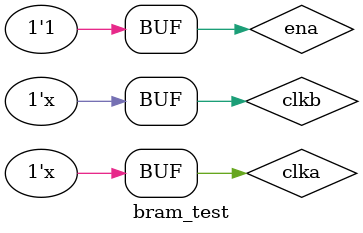
<source format=v>
`timescale 1ns / 1ps


module bram_test;

    //inputs
    reg clka;
    reg ena;
    reg clkb;
    //outputs
    wire [15:0] stored_pixel;

    // Instantiate the Unit Under Test (UUT)

     bram uut(.clka(clka), .ena(ena), .clkb(clkb), .stored_pixel(stored_pixel));
                 
     always #5 clka=!clka;
     always #10 clkb=!clkb;

     initial begin
           // Initialize inputs
           clka = 0;
           ena = 0;
        
           clkb = 0;
    
           // Wait 100 ns for global reset to finish
           #100;
           
           // Add stimulus here
           ena = 1;
           #100;

     end
     
endmodule

</source>
